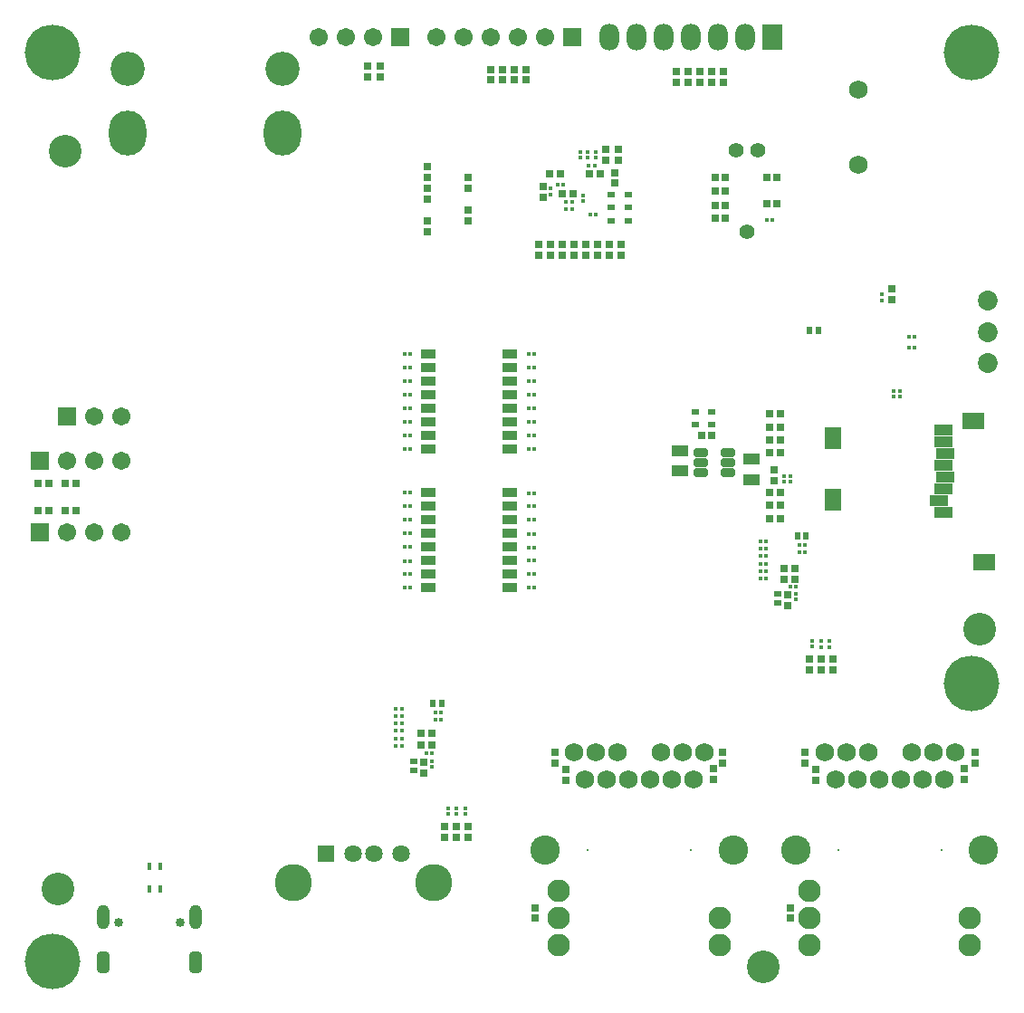
<source format=gbs>
G04*
G04 #@! TF.GenerationSoftware,Altium Limited,Altium Designer,18.1.6 (161)*
G04*
G04 Layer_Color=16711935*
%FSTAX24Y24*%
%MOIN*%
G70*
G01*
G75*
%ADD78R,0.0137X0.0297*%
%ADD88R,0.0277X0.0316*%
%ADD89C,0.1200*%
%ADD90R,0.0150X0.0150*%
%ADD91R,0.0150X0.0150*%
%ADD93R,0.0316X0.0277*%
%ADD95R,0.0237X0.0277*%
%ADD96R,0.0280X0.0220*%
%ADD100R,0.0277X0.0237*%
%ADD110R,0.0277X0.0277*%
%ADD111R,0.0316X0.0277*%
%ADD127R,0.0277X0.0316*%
G04:AMPARAMS|DCode=129|XSize=55.6mil|YSize=30.8mil|CornerRadius=6.9mil|HoleSize=0mil|Usage=FLASHONLY|Rotation=0.000|XOffset=0mil|YOffset=0mil|HoleType=Round|Shape=RoundedRectangle|*
%AMROUNDEDRECTD129*
21,1,0.0556,0.0171,0,0,0.0*
21,1,0.0419,0.0308,0,0,0.0*
1,1,0.0137,0.0210,-0.0086*
1,1,0.0137,-0.0210,-0.0086*
1,1,0.0137,-0.0210,0.0086*
1,1,0.0137,0.0210,0.0086*
%
%ADD129ROUNDEDRECTD129*%
%ADD134R,0.0277X0.0277*%
%ADD135R,0.0592X0.0434*%
%ADD145C,0.0680*%
%ADD146C,0.0830*%
%ADD147C,0.1080*%
%ADD148C,0.0080*%
%ADD149R,0.0671X0.0671*%
%ADD150C,0.0671*%
%ADD151C,0.2049*%
%ADD152C,0.0552*%
%ADD153C,0.0690*%
G04:AMPARAMS|DCode=154|XSize=78.9mil|YSize=47.4mil|CornerRadius=13.8mil|HoleSize=0mil|Usage=FLASHONLY|Rotation=90.000|XOffset=0mil|YOffset=0mil|HoleType=Round|Shape=RoundedRectangle|*
%AMROUNDEDRECTD154*
21,1,0.0789,0.0197,0,0,90.0*
21,1,0.0512,0.0474,0,0,90.0*
1,1,0.0277,0.0098,0.0256*
1,1,0.0277,0.0098,-0.0256*
1,1,0.0277,-0.0098,-0.0256*
1,1,0.0277,-0.0098,0.0256*
%
%ADD154ROUNDEDRECTD154*%
%ADD155O,0.0474X0.0907*%
%ADD156C,0.0336*%
%ADD157R,0.0642X0.0642*%
%ADD158C,0.0642*%
%ADD159C,0.1370*%
%ADD160C,0.0730*%
%ADD161O,0.1379X0.1655*%
%ADD162C,0.1261*%
%ADD163O,0.0730X0.0980*%
%ADD164R,0.0730X0.0980*%
%ADD207R,0.0828X0.0631*%
%ADD208R,0.0631X0.0789*%
%ADD209R,0.0671X0.0395*%
%ADD210R,0.0580X0.0379*%
D78*
X03315Y018042D02*
D03*
X032756D02*
D03*
Y017233D02*
D03*
X03315D02*
D03*
D88*
X047884Y043543D02*
D03*
X04749D02*
D03*
X056516Y029016D02*
D03*
X056122D02*
D03*
X042754Y022945D02*
D03*
X043148D02*
D03*
X055866Y042441D02*
D03*
X055472D02*
D03*
X053965Y042402D02*
D03*
X053571D02*
D03*
X053571Y041929D02*
D03*
X053965D02*
D03*
X055866Y043425D02*
D03*
X055472D02*
D03*
X053571Y042913D02*
D03*
X053965D02*
D03*
X053571Y043425D02*
D03*
X053965D02*
D03*
X053465Y033937D02*
D03*
X053071D02*
D03*
X048957Y043543D02*
D03*
X04935D02*
D03*
X047953Y042835D02*
D03*
X048346D02*
D03*
D89*
X02937Y017224D02*
D03*
X063327Y026772D02*
D03*
X055354Y01437D02*
D03*
X029665Y04439D02*
D03*
D90*
X056339Y032427D02*
D03*
Y032218D02*
D03*
X056535Y028087D02*
D03*
Y027878D02*
D03*
X05747Y026343D02*
D03*
Y026135D02*
D03*
X057156Y02635D02*
D03*
Y026142D02*
D03*
X057785Y026343D02*
D03*
Y026135D02*
D03*
X056102Y032218D02*
D03*
Y032427D02*
D03*
X043148Y021718D02*
D03*
Y021927D02*
D03*
X060394Y035339D02*
D03*
Y035547D02*
D03*
X060157Y035339D02*
D03*
Y035547D02*
D03*
X059705Y038902D02*
D03*
Y03911D02*
D03*
X043748Y020191D02*
D03*
Y019982D02*
D03*
X044063Y020184D02*
D03*
Y019975D02*
D03*
X044378Y020184D02*
D03*
Y019975D02*
D03*
X049193Y044148D02*
D03*
Y044356D02*
D03*
X048701Y042762D02*
D03*
Y042553D02*
D03*
X047517Y042802D02*
D03*
Y04301D02*
D03*
X048632Y044148D02*
D03*
Y044356D02*
D03*
X048898Y044148D02*
D03*
Y044356D02*
D03*
D91*
X04214Y028307D02*
D03*
X042348D02*
D03*
X04214Y028809D02*
D03*
X042348D02*
D03*
X04214Y029301D02*
D03*
X042348D02*
D03*
X04214Y029813D02*
D03*
X042348D02*
D03*
X04214Y030305D02*
D03*
X042348D02*
D03*
X04214Y030817D02*
D03*
X042348D02*
D03*
X04214Y031309D02*
D03*
X042348D02*
D03*
X04214Y031811D02*
D03*
X042348D02*
D03*
X046703Y028307D02*
D03*
X046911D02*
D03*
X046703Y028809D02*
D03*
X046911D02*
D03*
X046703Y029311D02*
D03*
X046911D02*
D03*
X046703Y029803D02*
D03*
X046911D02*
D03*
X046703Y030295D02*
D03*
X046911D02*
D03*
X046703Y030807D02*
D03*
X046911D02*
D03*
X046703Y031309D02*
D03*
X046911D02*
D03*
Y031801D02*
D03*
X046703D02*
D03*
X055445Y028642D02*
D03*
X055236D02*
D03*
X055445Y03003D02*
D03*
X055236D02*
D03*
X055445Y028927D02*
D03*
X055236D02*
D03*
X055445Y029754D02*
D03*
X055236D02*
D03*
X056896Y029892D02*
D03*
X056687D02*
D03*
X056896Y029626D02*
D03*
X056687D02*
D03*
X055445Y029478D02*
D03*
X055236D02*
D03*
X055445Y029203D02*
D03*
X055236D02*
D03*
X056551Y028346D02*
D03*
X056343D02*
D03*
X041829Y02387D02*
D03*
X042037D02*
D03*
X043488Y023467D02*
D03*
X04328D02*
D03*
X043488Y023732D02*
D03*
X04328D02*
D03*
X042935Y022217D02*
D03*
X043144D02*
D03*
X042037Y022768D02*
D03*
X041829D02*
D03*
Y022482D02*
D03*
X042037D02*
D03*
Y023319D02*
D03*
X041829D02*
D03*
X042037Y023043D02*
D03*
X041829D02*
D03*
X055486Y04185D02*
D03*
X055695D02*
D03*
X060713Y037539D02*
D03*
X060921D02*
D03*
X041829Y023594D02*
D03*
X042037D02*
D03*
X060921Y037146D02*
D03*
X060713D02*
D03*
X046911Y034921D02*
D03*
X046703D02*
D03*
X046911Y036909D02*
D03*
X046703D02*
D03*
X046911Y036427D02*
D03*
X046703D02*
D03*
X046911Y035915D02*
D03*
X046703D02*
D03*
X046911Y035423D02*
D03*
X046703D02*
D03*
X046911Y034419D02*
D03*
X046703D02*
D03*
X046911Y033917D02*
D03*
X046703D02*
D03*
X046911Y033425D02*
D03*
X046703D02*
D03*
X042348Y034931D02*
D03*
X04214D02*
D03*
X042348Y036929D02*
D03*
X04214D02*
D03*
X042348Y036427D02*
D03*
X04214D02*
D03*
X042348Y035925D02*
D03*
X04214D02*
D03*
X042348Y035423D02*
D03*
X04214D02*
D03*
X042348Y034429D02*
D03*
X04214D02*
D03*
X042348Y033927D02*
D03*
X04214D02*
D03*
X042348Y033415D02*
D03*
X04214D02*
D03*
X049136Y043839D02*
D03*
X048927D02*
D03*
X048094Y04251D02*
D03*
X048303D02*
D03*
X04897Y042057D02*
D03*
X049179D02*
D03*
X048094Y042244D02*
D03*
X048303D02*
D03*
X047978Y043159D02*
D03*
X04777D02*
D03*
D93*
X028661Y03215D02*
D03*
X029055D02*
D03*
X030059Y031142D02*
D03*
X029665D02*
D03*
X029055D02*
D03*
X028661D02*
D03*
X029665Y03215D02*
D03*
X030059D02*
D03*
X055974Y030846D02*
D03*
X055581D02*
D03*
X055984Y031339D02*
D03*
X055591D02*
D03*
X055974Y031831D02*
D03*
X055581D02*
D03*
X055974Y033287D02*
D03*
X055581D02*
D03*
X055974Y03376D02*
D03*
X055581D02*
D03*
X055974Y034232D02*
D03*
X055581D02*
D03*
X055974Y034705D02*
D03*
X055581D02*
D03*
D95*
X056919Y030207D02*
D03*
X056604D02*
D03*
X043512Y024047D02*
D03*
X043197D02*
D03*
X057067Y037795D02*
D03*
X057382D02*
D03*
D96*
X049744Y042795D02*
D03*
X050374D02*
D03*
X053465Y034803D02*
D03*
X052835D02*
D03*
X052835Y034331D02*
D03*
X053465D02*
D03*
X050374Y042323D02*
D03*
X049744D02*
D03*
Y041831D02*
D03*
X050374D02*
D03*
D100*
X055876Y028071D02*
D03*
Y027756D02*
D03*
X042469Y021596D02*
D03*
Y021911D02*
D03*
D110*
X046967Y016144D02*
D03*
Y016537D02*
D03*
X056339Y016142D02*
D03*
Y016535D02*
D03*
X062756Y02126D02*
D03*
Y021654D02*
D03*
X06315Y022244D02*
D03*
Y02185D02*
D03*
X05689Y022244D02*
D03*
Y02185D02*
D03*
X057283Y02122D02*
D03*
Y021614D02*
D03*
X05625Y027657D02*
D03*
Y028051D02*
D03*
X055748Y032244D02*
D03*
Y032638D02*
D03*
X042843Y021892D02*
D03*
Y021498D02*
D03*
X048071Y02122D02*
D03*
Y021614D02*
D03*
X053514Y02125D02*
D03*
Y021644D02*
D03*
X047677Y022244D02*
D03*
Y02185D02*
D03*
X053858Y022244D02*
D03*
Y02185D02*
D03*
X060089Y038937D02*
D03*
Y039331D02*
D03*
X047244Y042677D02*
D03*
Y043071D02*
D03*
X049567Y044045D02*
D03*
Y044439D02*
D03*
D111*
X042992Y041831D02*
D03*
Y041437D02*
D03*
Y043022D02*
D03*
Y042628D02*
D03*
Y043809D02*
D03*
Y043415D02*
D03*
X057037Y025285D02*
D03*
Y025679D02*
D03*
X05747Y025285D02*
D03*
Y025679D02*
D03*
X057904Y025285D02*
D03*
Y025679D02*
D03*
X04363Y01952D02*
D03*
Y019126D02*
D03*
X044063Y01952D02*
D03*
Y019126D02*
D03*
X044496Y01952D02*
D03*
Y019126D02*
D03*
X050118Y040551D02*
D03*
Y040945D02*
D03*
X049685Y040551D02*
D03*
Y040945D02*
D03*
X049252Y040551D02*
D03*
Y040945D02*
D03*
X048819Y040551D02*
D03*
Y040945D02*
D03*
X048386Y040551D02*
D03*
Y040945D02*
D03*
X047953Y040551D02*
D03*
Y040945D02*
D03*
X04752Y040551D02*
D03*
Y040945D02*
D03*
X047087Y040551D02*
D03*
Y040945D02*
D03*
X049882Y043209D02*
D03*
Y043602D02*
D03*
X05003Y044045D02*
D03*
Y044439D02*
D03*
X044488Y043406D02*
D03*
Y043012D02*
D03*
Y041831D02*
D03*
Y042224D02*
D03*
D127*
X052598Y046929D02*
D03*
Y047323D02*
D03*
X053465Y046929D02*
D03*
Y047323D02*
D03*
X053032Y046929D02*
D03*
Y047323D02*
D03*
X052165Y046929D02*
D03*
Y047323D02*
D03*
X053898Y046929D02*
D03*
Y047323D02*
D03*
X046614Y047008D02*
D03*
Y047402D02*
D03*
X046181Y047008D02*
D03*
Y047402D02*
D03*
X045748Y047008D02*
D03*
Y047402D02*
D03*
X045315Y047008D02*
D03*
Y047402D02*
D03*
X04126Y047126D02*
D03*
Y04752D02*
D03*
X040787Y047126D02*
D03*
Y04752D02*
D03*
D129*
X054055Y033287D02*
D03*
Y032913D02*
D03*
Y032539D02*
D03*
X053067Y033287D02*
D03*
Y032913D02*
D03*
Y032539D02*
D03*
D134*
X056122Y028632D02*
D03*
X056516D02*
D03*
X043148Y022531D02*
D03*
X042754D02*
D03*
D135*
X052283Y032618D02*
D03*
Y033366D02*
D03*
X054921Y033051D02*
D03*
Y032303D02*
D03*
D145*
X050387Y021239D02*
D03*
X049587D02*
D03*
X052387Y022239D02*
D03*
X051587D02*
D03*
X052787Y021239D02*
D03*
X048787D02*
D03*
X053187Y022239D02*
D03*
X048387D02*
D03*
X051187Y021239D02*
D03*
X051987D02*
D03*
X049187Y022239D02*
D03*
X049987D02*
D03*
X059607Y021239D02*
D03*
X058807D02*
D03*
X061607Y022239D02*
D03*
X060807D02*
D03*
X062007Y021239D02*
D03*
X058007D02*
D03*
X062407Y022239D02*
D03*
X057607D02*
D03*
X060407Y021239D02*
D03*
X061207D02*
D03*
X058407Y022239D02*
D03*
X059207D02*
D03*
D146*
X047827Y016139D02*
D03*
X053747Y015139D02*
D03*
X047827Y017139D02*
D03*
X053747Y016139D02*
D03*
X047827Y015139D02*
D03*
X057047Y016139D02*
D03*
X062967Y015139D02*
D03*
X057047Y017139D02*
D03*
X062967Y016139D02*
D03*
X057047Y015139D02*
D03*
D147*
X047327Y018639D02*
D03*
X054247D02*
D03*
X056547D02*
D03*
X063467D02*
D03*
D148*
X052687D02*
D03*
X048887D02*
D03*
X061907D02*
D03*
X058107D02*
D03*
D149*
X028709Y032992D02*
D03*
X028724Y030354D02*
D03*
X029709Y034606D02*
D03*
X041984Y048583D02*
D03*
X048331D02*
D03*
D150*
X029709Y032992D02*
D03*
X030709D02*
D03*
X031709D02*
D03*
X031724Y030354D02*
D03*
X030724D02*
D03*
X029724D02*
D03*
X030709Y034606D02*
D03*
X031709D02*
D03*
X040984Y048583D02*
D03*
X039984D02*
D03*
X038984D02*
D03*
X047331D02*
D03*
X046331D02*
D03*
X045331D02*
D03*
X044331D02*
D03*
X043331D02*
D03*
D151*
X063032Y024803D02*
D03*
X029173Y014567D02*
D03*
Y048032D02*
D03*
X063032D02*
D03*
D152*
X054738Y041413D02*
D03*
X054339Y044413D02*
D03*
X055138D02*
D03*
D153*
X058858Y043892D02*
D03*
Y046648D02*
D03*
D154*
X031055Y014528D02*
D03*
X034457D02*
D03*
D155*
X031055Y016173D02*
D03*
X034457D02*
D03*
D156*
X033894Y015976D02*
D03*
X031618D02*
D03*
D157*
X039252Y018508D02*
D03*
D158*
X040236D02*
D03*
X041024D02*
D03*
X042008D02*
D03*
D159*
X038043Y017441D02*
D03*
X043217D02*
D03*
D160*
X063632Y037726D02*
D03*
Y038878D02*
D03*
Y036585D02*
D03*
D161*
X031949Y045069D02*
D03*
X037657D02*
D03*
D162*
Y047415D02*
D03*
X031949D02*
D03*
D163*
X049677Y048583D02*
D03*
X051677D02*
D03*
X054677D02*
D03*
X053677D02*
D03*
X052677D02*
D03*
X050677D02*
D03*
D164*
X055677D02*
D03*
D207*
X0631Y034439D02*
D03*
X063494Y029262D02*
D03*
D208*
X057923Y033809D02*
D03*
Y031565D02*
D03*
D209*
X061978Y031963D02*
D03*
Y032829D02*
D03*
Y033695D02*
D03*
Y034128D02*
D03*
Y031096D02*
D03*
X061821Y03153D02*
D03*
X062057Y032396D02*
D03*
Y033262D02*
D03*
D210*
X043008Y031809D02*
D03*
Y031309D02*
D03*
Y030809D02*
D03*
Y030309D02*
D03*
Y029809D02*
D03*
Y029309D02*
D03*
Y028809D02*
D03*
Y028309D02*
D03*
X046008D02*
D03*
Y028809D02*
D03*
Y029309D02*
D03*
Y029809D02*
D03*
Y030309D02*
D03*
Y030809D02*
D03*
Y031309D02*
D03*
Y031809D02*
D03*
X046008Y036927D02*
D03*
Y036427D02*
D03*
Y035927D02*
D03*
Y035427D02*
D03*
Y034927D02*
D03*
Y034427D02*
D03*
Y033927D02*
D03*
Y033427D02*
D03*
X043008D02*
D03*
Y033927D02*
D03*
Y034427D02*
D03*
Y034927D02*
D03*
Y035427D02*
D03*
Y035927D02*
D03*
Y036427D02*
D03*
Y036927D02*
D03*
M02*

</source>
